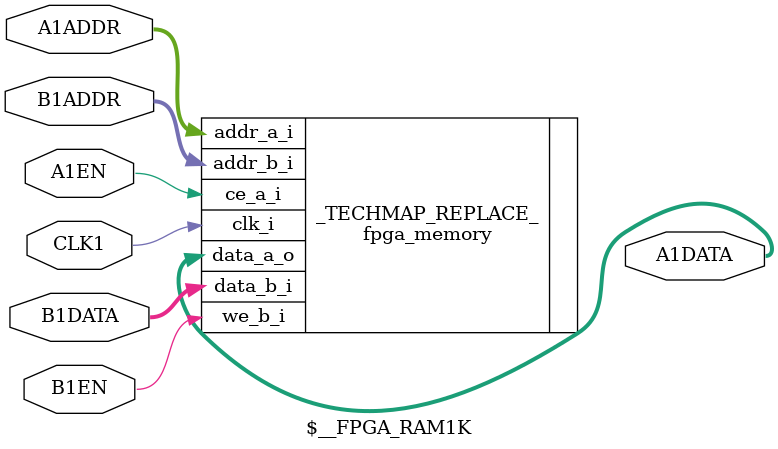
<source format=v>
module $__FPGA_RAM1K (
    output [7:0] A1DATA,
    input        CLK1, A1EN,
    input  [8:0] A1ADDR,
    input        B1EN,
    input  [8:0] B1ADDR,
    input  [7:0] B1DATA
);
    parameter integer READ_MODE = 0;
    parameter integer WRITE_MODE = 0;
    parameter [0:0] NEGCLK_R = 0;
    parameter [0:0] NEGCLK_W = 0;

    fpga_memory _TECHMAP_REPLACE_ 
    (
        .clk_i(CLK1),
        
        .ce_a_i(A1EN),
        .addr_a_i(A1ADDR),
        .data_a_o(A1DATA),
        
        .we_b_i(B1EN),
        .addr_b_i(B1ADDR),
        .data_b_i(B1DATA)
    );
    
endmodule
</source>
